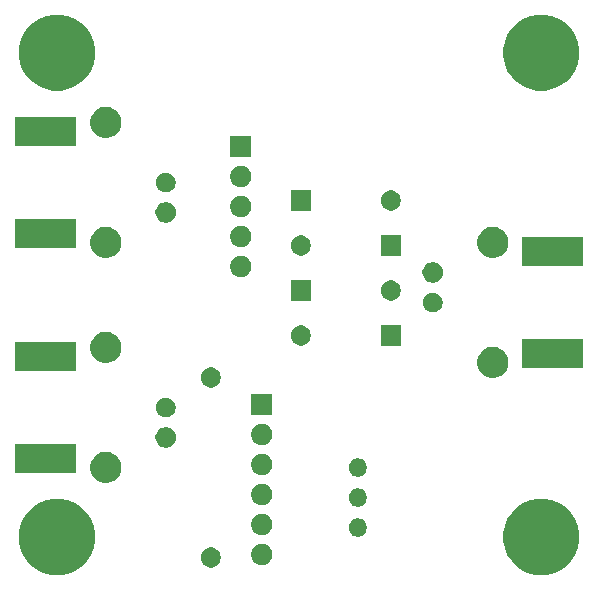
<source format=gbs>
G04 #@! TF.GenerationSoftware,KiCad,Pcbnew,(5.1.5)-3*
G04 #@! TF.CreationDate,2021-08-15T10:51:44-04:00*
G04 #@! TF.ProjectId,DIODE-MIXER,44494f44-452d-44d4-9958-45522e6b6963,rev?*
G04 #@! TF.SameCoordinates,Original*
G04 #@! TF.FileFunction,Soldermask,Bot*
G04 #@! TF.FilePolarity,Negative*
%FSLAX46Y46*%
G04 Gerber Fmt 4.6, Leading zero omitted, Abs format (unit mm)*
G04 Created by KiCad (PCBNEW (5.1.5)-3) date 2021-08-15 10:51:44*
%MOMM*%
%LPD*%
G04 APERTURE LIST*
%ADD10C,0.150000*%
G04 APERTURE END LIST*
D10*
G36*
X45940932Y-41898166D02*
G01*
X46527990Y-42141333D01*
X47056329Y-42494358D01*
X47505642Y-42943671D01*
X47858667Y-43472010D01*
X48101834Y-44059068D01*
X48225800Y-44682286D01*
X48225800Y-45317714D01*
X48101834Y-45940932D01*
X47858667Y-46527990D01*
X47505642Y-47056329D01*
X47056329Y-47505642D01*
X46527990Y-47858667D01*
X45940932Y-48101834D01*
X45317714Y-48225800D01*
X44682286Y-48225800D01*
X44059068Y-48101834D01*
X43472010Y-47858667D01*
X42943671Y-47505642D01*
X42494358Y-47056329D01*
X42141333Y-46527990D01*
X41898166Y-45940932D01*
X41774200Y-45317714D01*
X41774200Y-44682286D01*
X41898166Y-44059068D01*
X42141333Y-43472010D01*
X42494358Y-42943671D01*
X42943671Y-42494358D01*
X43472010Y-42141333D01*
X44059068Y-41898166D01*
X44682286Y-41774200D01*
X45317714Y-41774200D01*
X45940932Y-41898166D01*
G37*
G36*
X4940932Y-41898166D02*
G01*
X5527990Y-42141333D01*
X6056329Y-42494358D01*
X6505642Y-42943671D01*
X6858667Y-43472010D01*
X7101834Y-44059068D01*
X7225800Y-44682286D01*
X7225800Y-45317714D01*
X7101834Y-45940932D01*
X6858667Y-46527990D01*
X6505642Y-47056329D01*
X6056329Y-47505642D01*
X5527990Y-47858667D01*
X4940932Y-48101834D01*
X4317714Y-48225800D01*
X3682286Y-48225800D01*
X3059068Y-48101834D01*
X2472010Y-47858667D01*
X1943671Y-47505642D01*
X1494358Y-47056329D01*
X1141333Y-46527990D01*
X898166Y-45940932D01*
X774200Y-45317714D01*
X774200Y-44682286D01*
X898166Y-44059068D01*
X1141333Y-43472010D01*
X1494358Y-42943671D01*
X1943671Y-42494358D01*
X2472010Y-42141333D01*
X3059068Y-41898166D01*
X3682286Y-41774200D01*
X4317714Y-41774200D01*
X4940932Y-41898166D01*
G37*
G36*
X17266169Y-45917895D02*
G01*
X17421005Y-45982031D01*
X17560354Y-46075140D01*
X17678860Y-46193646D01*
X17771969Y-46332995D01*
X17836105Y-46487831D01*
X17868800Y-46652203D01*
X17868800Y-46819797D01*
X17836105Y-46984169D01*
X17771969Y-47139005D01*
X17678860Y-47278354D01*
X17560354Y-47396860D01*
X17421005Y-47489969D01*
X17266169Y-47554105D01*
X17101797Y-47586800D01*
X16934203Y-47586800D01*
X16769831Y-47554105D01*
X16614995Y-47489969D01*
X16475646Y-47396860D01*
X16357140Y-47278354D01*
X16264031Y-47139005D01*
X16199895Y-46984169D01*
X16167200Y-46819797D01*
X16167200Y-46652203D01*
X16199895Y-46487831D01*
X16264031Y-46332995D01*
X16357140Y-46193646D01*
X16475646Y-46075140D01*
X16614995Y-45982031D01*
X16769831Y-45917895D01*
X16934203Y-45885200D01*
X17101797Y-45885200D01*
X17266169Y-45917895D01*
G37*
G36*
X21598754Y-45615817D02*
G01*
X21762689Y-45683721D01*
X21910227Y-45782303D01*
X22035697Y-45907773D01*
X22134279Y-46055311D01*
X22202183Y-46219246D01*
X22236800Y-46393279D01*
X22236800Y-46570721D01*
X22202183Y-46744754D01*
X22134279Y-46908689D01*
X22035697Y-47056227D01*
X21910227Y-47181697D01*
X21762689Y-47280279D01*
X21598754Y-47348183D01*
X21424721Y-47382800D01*
X21247279Y-47382800D01*
X21073246Y-47348183D01*
X20909311Y-47280279D01*
X20761773Y-47181697D01*
X20636303Y-47056227D01*
X20537721Y-46908689D01*
X20469817Y-46744754D01*
X20435200Y-46570721D01*
X20435200Y-46393279D01*
X20469817Y-46219246D01*
X20537721Y-46055311D01*
X20636303Y-45907773D01*
X20761773Y-45782303D01*
X20909311Y-45683721D01*
X21073246Y-45615817D01*
X21247279Y-45581200D01*
X21424721Y-45581200D01*
X21598754Y-45615817D01*
G37*
G36*
X29688834Y-43454821D02*
G01*
X29829111Y-43512926D01*
X29955357Y-43597280D01*
X30062720Y-43704643D01*
X30147074Y-43830889D01*
X30205179Y-43971166D01*
X30234800Y-44120083D01*
X30234800Y-44271917D01*
X30205179Y-44420834D01*
X30147074Y-44561111D01*
X30062720Y-44687357D01*
X29955357Y-44794720D01*
X29829111Y-44879074D01*
X29688834Y-44937179D01*
X29539917Y-44966800D01*
X29388083Y-44966800D01*
X29239166Y-44937179D01*
X29098889Y-44879074D01*
X28972643Y-44794720D01*
X28865280Y-44687357D01*
X28780926Y-44561111D01*
X28722821Y-44420834D01*
X28693200Y-44271917D01*
X28693200Y-44120083D01*
X28722821Y-43971166D01*
X28780926Y-43830889D01*
X28865280Y-43704643D01*
X28972643Y-43597280D01*
X29098889Y-43512926D01*
X29239166Y-43454821D01*
X29388083Y-43425200D01*
X29539917Y-43425200D01*
X29688834Y-43454821D01*
G37*
G36*
X21598754Y-43075817D02*
G01*
X21762689Y-43143721D01*
X21910227Y-43242303D01*
X22035697Y-43367773D01*
X22134279Y-43515311D01*
X22202183Y-43679246D01*
X22236800Y-43853279D01*
X22236800Y-44030721D01*
X22202183Y-44204754D01*
X22134279Y-44368689D01*
X22035697Y-44516227D01*
X21910227Y-44641697D01*
X21762689Y-44740279D01*
X21598754Y-44808183D01*
X21424721Y-44842800D01*
X21247279Y-44842800D01*
X21073246Y-44808183D01*
X20909311Y-44740279D01*
X20761773Y-44641697D01*
X20636303Y-44516227D01*
X20537721Y-44368689D01*
X20469817Y-44204754D01*
X20435200Y-44030721D01*
X20435200Y-43853279D01*
X20469817Y-43679246D01*
X20537721Y-43515311D01*
X20636303Y-43367773D01*
X20761773Y-43242303D01*
X20909311Y-43143721D01*
X21073246Y-43075817D01*
X21247279Y-43041200D01*
X21424721Y-43041200D01*
X21598754Y-43075817D01*
G37*
G36*
X29688834Y-40914821D02*
G01*
X29829111Y-40972926D01*
X29955357Y-41057280D01*
X30062720Y-41164643D01*
X30147074Y-41290889D01*
X30205179Y-41431166D01*
X30234800Y-41580083D01*
X30234800Y-41731917D01*
X30205179Y-41880834D01*
X30147074Y-42021111D01*
X30062720Y-42147357D01*
X29955357Y-42254720D01*
X29829111Y-42339074D01*
X29688834Y-42397179D01*
X29539917Y-42426800D01*
X29388083Y-42426800D01*
X29239166Y-42397179D01*
X29098889Y-42339074D01*
X28972643Y-42254720D01*
X28865280Y-42147357D01*
X28780926Y-42021111D01*
X28722821Y-41880834D01*
X28693200Y-41731917D01*
X28693200Y-41580083D01*
X28722821Y-41431166D01*
X28780926Y-41290889D01*
X28865280Y-41164643D01*
X28972643Y-41057280D01*
X29098889Y-40972926D01*
X29239166Y-40914821D01*
X29388083Y-40885200D01*
X29539917Y-40885200D01*
X29688834Y-40914821D01*
G37*
G36*
X21598754Y-40535817D02*
G01*
X21762689Y-40603721D01*
X21910227Y-40702303D01*
X22035697Y-40827773D01*
X22134279Y-40975311D01*
X22202183Y-41139246D01*
X22236800Y-41313279D01*
X22236800Y-41490721D01*
X22202183Y-41664754D01*
X22134279Y-41828689D01*
X22035697Y-41976227D01*
X21910227Y-42101697D01*
X21762689Y-42200279D01*
X21598754Y-42268183D01*
X21424721Y-42302800D01*
X21247279Y-42302800D01*
X21073246Y-42268183D01*
X20909311Y-42200279D01*
X20761773Y-42101697D01*
X20636303Y-41976227D01*
X20537721Y-41828689D01*
X20469817Y-41664754D01*
X20435200Y-41490721D01*
X20435200Y-41313279D01*
X20469817Y-41139246D01*
X20537721Y-40975311D01*
X20636303Y-40827773D01*
X20761773Y-40702303D01*
X20909311Y-40603721D01*
X21073246Y-40535817D01*
X21247279Y-40501200D01*
X21424721Y-40501200D01*
X21598754Y-40535817D01*
G37*
G36*
X8513264Y-37845957D02*
G01*
X8753634Y-37945521D01*
X8969963Y-38090068D01*
X9153932Y-38274037D01*
X9298479Y-38490366D01*
X9398043Y-38730736D01*
X9448800Y-38985912D01*
X9448800Y-39246088D01*
X9398043Y-39501264D01*
X9298479Y-39741634D01*
X9153932Y-39957963D01*
X8969963Y-40141932D01*
X8753634Y-40286479D01*
X8513264Y-40386043D01*
X8258088Y-40436800D01*
X7997912Y-40436800D01*
X7742736Y-40386043D01*
X7502366Y-40286479D01*
X7286037Y-40141932D01*
X7102068Y-39957963D01*
X6957521Y-39741634D01*
X6857957Y-39501264D01*
X6807200Y-39246088D01*
X6807200Y-38985912D01*
X6857957Y-38730736D01*
X6957521Y-38490366D01*
X7102068Y-38274037D01*
X7286037Y-38090068D01*
X7502366Y-37945521D01*
X7742736Y-37845957D01*
X7997912Y-37795200D01*
X8258088Y-37795200D01*
X8513264Y-37845957D01*
G37*
G36*
X29688834Y-38374821D02*
G01*
X29829111Y-38432926D01*
X29955357Y-38517280D01*
X30062720Y-38624643D01*
X30147074Y-38750889D01*
X30205179Y-38891166D01*
X30234800Y-39040083D01*
X30234800Y-39191917D01*
X30205179Y-39340834D01*
X30147074Y-39481111D01*
X30062720Y-39607357D01*
X29955357Y-39714720D01*
X29829111Y-39799074D01*
X29688834Y-39857179D01*
X29539917Y-39886800D01*
X29388083Y-39886800D01*
X29239166Y-39857179D01*
X29098889Y-39799074D01*
X28972643Y-39714720D01*
X28865280Y-39607357D01*
X28780926Y-39481111D01*
X28722821Y-39340834D01*
X28693200Y-39191917D01*
X28693200Y-39040083D01*
X28722821Y-38891166D01*
X28780926Y-38750889D01*
X28865280Y-38624643D01*
X28972643Y-38517280D01*
X29098889Y-38432926D01*
X29239166Y-38374821D01*
X29388083Y-38345200D01*
X29539917Y-38345200D01*
X29688834Y-38374821D01*
G37*
G36*
X21598754Y-37995817D02*
G01*
X21762689Y-38063721D01*
X21910227Y-38162303D01*
X22035697Y-38287773D01*
X22134279Y-38435311D01*
X22202183Y-38599246D01*
X22236800Y-38773279D01*
X22236800Y-38950721D01*
X22202183Y-39124754D01*
X22134279Y-39288689D01*
X22035697Y-39436227D01*
X21910227Y-39561697D01*
X21762689Y-39660279D01*
X21598754Y-39728183D01*
X21424721Y-39762800D01*
X21247279Y-39762800D01*
X21073246Y-39728183D01*
X20909311Y-39660279D01*
X20761773Y-39561697D01*
X20636303Y-39436227D01*
X20537721Y-39288689D01*
X20469817Y-39124754D01*
X20435200Y-38950721D01*
X20435200Y-38773279D01*
X20469817Y-38599246D01*
X20537721Y-38435311D01*
X20636303Y-38287773D01*
X20761773Y-38162303D01*
X20909311Y-38063721D01*
X21073246Y-37995817D01*
X21247279Y-37961200D01*
X21424721Y-37961200D01*
X21598754Y-37995817D01*
G37*
G36*
X5638800Y-39611300D02*
G01*
X457200Y-39611300D01*
X457200Y-37096700D01*
X5638800Y-37096700D01*
X5638800Y-39611300D01*
G37*
G36*
X13463608Y-35733376D02*
G01*
X13623084Y-35799432D01*
X13766610Y-35895334D01*
X13888666Y-36017390D01*
X13984568Y-36160916D01*
X14050624Y-36320392D01*
X14084300Y-36489692D01*
X14084300Y-36662308D01*
X14050624Y-36831608D01*
X13984568Y-36991084D01*
X13888666Y-37134610D01*
X13766610Y-37256666D01*
X13623084Y-37352568D01*
X13463608Y-37418624D01*
X13294308Y-37452300D01*
X13121692Y-37452300D01*
X12952392Y-37418624D01*
X12792916Y-37352568D01*
X12649390Y-37256666D01*
X12527334Y-37134610D01*
X12431432Y-36991084D01*
X12365376Y-36831608D01*
X12331700Y-36662308D01*
X12331700Y-36489692D01*
X12365376Y-36320392D01*
X12431432Y-36160916D01*
X12527334Y-36017390D01*
X12649390Y-35895334D01*
X12792916Y-35799432D01*
X12952392Y-35733376D01*
X13121692Y-35699700D01*
X13294308Y-35699700D01*
X13463608Y-35733376D01*
G37*
G36*
X21598754Y-35455817D02*
G01*
X21762689Y-35523721D01*
X21910227Y-35622303D01*
X22035697Y-35747773D01*
X22134279Y-35895311D01*
X22202183Y-36059246D01*
X22236800Y-36233279D01*
X22236800Y-36410721D01*
X22202183Y-36584754D01*
X22134279Y-36748689D01*
X22035697Y-36896227D01*
X21910227Y-37021697D01*
X21762689Y-37120279D01*
X21598754Y-37188183D01*
X21424721Y-37222800D01*
X21247279Y-37222800D01*
X21073246Y-37188183D01*
X20909311Y-37120279D01*
X20761773Y-37021697D01*
X20636303Y-36896227D01*
X20537721Y-36748689D01*
X20469817Y-36584754D01*
X20435200Y-36410721D01*
X20435200Y-36233279D01*
X20469817Y-36059246D01*
X20537721Y-35895311D01*
X20636303Y-35747773D01*
X20761773Y-35622303D01*
X20909311Y-35523721D01*
X21073246Y-35455817D01*
X21247279Y-35421200D01*
X21424721Y-35421200D01*
X21598754Y-35455817D01*
G37*
G36*
X13452494Y-33230011D02*
G01*
X13605037Y-33293197D01*
X13742322Y-33384927D01*
X13859073Y-33501678D01*
X13950803Y-33638963D01*
X14013989Y-33791506D01*
X14046200Y-33953444D01*
X14046200Y-34118556D01*
X14013989Y-34280494D01*
X13950803Y-34433037D01*
X13859073Y-34570322D01*
X13742322Y-34687073D01*
X13605037Y-34778803D01*
X13452494Y-34841989D01*
X13290556Y-34874200D01*
X13125444Y-34874200D01*
X12963506Y-34841989D01*
X12810963Y-34778803D01*
X12673678Y-34687073D01*
X12556927Y-34570322D01*
X12465197Y-34433037D01*
X12402011Y-34280494D01*
X12369800Y-34118556D01*
X12369800Y-33953444D01*
X12402011Y-33791506D01*
X12465197Y-33638963D01*
X12556927Y-33501678D01*
X12673678Y-33384927D01*
X12810963Y-33293197D01*
X12963506Y-33230011D01*
X13125444Y-33197800D01*
X13290556Y-33197800D01*
X13452494Y-33230011D01*
G37*
G36*
X22236800Y-34682800D02*
G01*
X20435200Y-34682800D01*
X20435200Y-32881200D01*
X22236800Y-32881200D01*
X22236800Y-34682800D01*
G37*
G36*
X17266169Y-30677895D02*
G01*
X17421005Y-30742031D01*
X17560354Y-30835140D01*
X17678860Y-30953646D01*
X17771969Y-31092995D01*
X17836105Y-31247831D01*
X17868800Y-31412203D01*
X17868800Y-31579797D01*
X17836105Y-31744169D01*
X17771969Y-31899005D01*
X17678860Y-32038354D01*
X17560354Y-32156860D01*
X17421005Y-32249969D01*
X17266169Y-32314105D01*
X17101797Y-32346800D01*
X16934203Y-32346800D01*
X16769831Y-32314105D01*
X16614995Y-32249969D01*
X16475646Y-32156860D01*
X16357140Y-32038354D01*
X16264031Y-31899005D01*
X16199895Y-31744169D01*
X16167200Y-31579797D01*
X16167200Y-31412203D01*
X16199895Y-31247831D01*
X16264031Y-31092995D01*
X16357140Y-30953646D01*
X16475646Y-30835140D01*
X16614995Y-30742031D01*
X16769831Y-30677895D01*
X16934203Y-30645200D01*
X17101797Y-30645200D01*
X17266169Y-30677895D01*
G37*
G36*
X41279264Y-28955957D02*
G01*
X41519634Y-29055521D01*
X41735963Y-29200068D01*
X41919932Y-29384037D01*
X42064479Y-29600366D01*
X42164043Y-29840736D01*
X42214800Y-30095912D01*
X42214800Y-30356088D01*
X42164043Y-30611264D01*
X42064479Y-30851634D01*
X41919932Y-31067963D01*
X41735963Y-31251932D01*
X41519634Y-31396479D01*
X41279264Y-31496043D01*
X41024088Y-31546800D01*
X40763912Y-31546800D01*
X40508736Y-31496043D01*
X40268366Y-31396479D01*
X40052037Y-31251932D01*
X39868068Y-31067963D01*
X39723521Y-30851634D01*
X39623957Y-30611264D01*
X39573200Y-30356088D01*
X39573200Y-30095912D01*
X39623957Y-29840736D01*
X39723521Y-29600366D01*
X39868068Y-29384037D01*
X40052037Y-29200068D01*
X40268366Y-29055521D01*
X40508736Y-28955957D01*
X40763912Y-28905200D01*
X41024088Y-28905200D01*
X41279264Y-28955957D01*
G37*
G36*
X5638800Y-30975300D02*
G01*
X457200Y-30975300D01*
X457200Y-28460700D01*
X5638800Y-28460700D01*
X5638800Y-30975300D01*
G37*
G36*
X48564800Y-30721300D02*
G01*
X43383200Y-30721300D01*
X43383200Y-28206700D01*
X48564800Y-28206700D01*
X48564800Y-30721300D01*
G37*
G36*
X8513264Y-27685957D02*
G01*
X8753634Y-27785521D01*
X8969963Y-27930068D01*
X9153932Y-28114037D01*
X9298479Y-28330366D01*
X9398043Y-28570736D01*
X9448800Y-28825912D01*
X9448800Y-29086088D01*
X9398043Y-29341264D01*
X9298479Y-29581634D01*
X9153932Y-29797963D01*
X8969963Y-29981932D01*
X8753634Y-30126479D01*
X8513264Y-30226043D01*
X8258088Y-30276800D01*
X7997912Y-30276800D01*
X7742736Y-30226043D01*
X7502366Y-30126479D01*
X7286037Y-29981932D01*
X7102068Y-29797963D01*
X6957521Y-29581634D01*
X6857957Y-29341264D01*
X6807200Y-29086088D01*
X6807200Y-28825912D01*
X6857957Y-28570736D01*
X6957521Y-28330366D01*
X7102068Y-28114037D01*
X7286037Y-27930068D01*
X7502366Y-27785521D01*
X7742736Y-27685957D01*
X7997912Y-27635200D01*
X8258088Y-27635200D01*
X8513264Y-27685957D01*
G37*
G36*
X24886169Y-27121895D02*
G01*
X25041005Y-27186031D01*
X25180354Y-27279140D01*
X25298860Y-27397646D01*
X25391969Y-27536995D01*
X25456105Y-27691831D01*
X25488800Y-27856203D01*
X25488800Y-28023797D01*
X25456105Y-28188169D01*
X25391969Y-28343005D01*
X25298860Y-28482354D01*
X25180354Y-28600860D01*
X25041005Y-28693969D01*
X24886169Y-28758105D01*
X24721797Y-28790800D01*
X24554203Y-28790800D01*
X24389831Y-28758105D01*
X24234995Y-28693969D01*
X24095646Y-28600860D01*
X23977140Y-28482354D01*
X23884031Y-28343005D01*
X23819895Y-28188169D01*
X23787200Y-28023797D01*
X23787200Y-27856203D01*
X23819895Y-27691831D01*
X23884031Y-27536995D01*
X23977140Y-27397646D01*
X24095646Y-27279140D01*
X24234995Y-27186031D01*
X24389831Y-27121895D01*
X24554203Y-27089200D01*
X24721797Y-27089200D01*
X24886169Y-27121895D01*
G37*
G36*
X33108800Y-28790800D02*
G01*
X31407200Y-28790800D01*
X31407200Y-27089200D01*
X33108800Y-27089200D01*
X33108800Y-28790800D01*
G37*
G36*
X36058494Y-24340011D02*
G01*
X36211037Y-24403197D01*
X36348322Y-24494927D01*
X36465073Y-24611678D01*
X36556803Y-24748963D01*
X36619989Y-24901506D01*
X36652200Y-25063444D01*
X36652200Y-25228556D01*
X36619989Y-25390494D01*
X36556803Y-25543037D01*
X36465073Y-25680322D01*
X36348322Y-25797073D01*
X36211037Y-25888803D01*
X36058494Y-25951989D01*
X35896556Y-25984200D01*
X35731444Y-25984200D01*
X35569506Y-25951989D01*
X35416963Y-25888803D01*
X35279678Y-25797073D01*
X35162927Y-25680322D01*
X35071197Y-25543037D01*
X35008011Y-25390494D01*
X34975800Y-25228556D01*
X34975800Y-25063444D01*
X35008011Y-24901506D01*
X35071197Y-24748963D01*
X35162927Y-24611678D01*
X35279678Y-24494927D01*
X35416963Y-24403197D01*
X35569506Y-24340011D01*
X35731444Y-24307800D01*
X35896556Y-24307800D01*
X36058494Y-24340011D01*
G37*
G36*
X25488800Y-24980800D02*
G01*
X23787200Y-24980800D01*
X23787200Y-23279200D01*
X25488800Y-23279200D01*
X25488800Y-24980800D01*
G37*
G36*
X32506169Y-23311895D02*
G01*
X32661005Y-23376031D01*
X32800354Y-23469140D01*
X32918860Y-23587646D01*
X33011969Y-23726995D01*
X33076105Y-23881831D01*
X33108800Y-24046203D01*
X33108800Y-24213797D01*
X33076105Y-24378169D01*
X33011969Y-24533005D01*
X32918860Y-24672354D01*
X32800354Y-24790860D01*
X32661005Y-24883969D01*
X32506169Y-24948105D01*
X32341797Y-24980800D01*
X32174203Y-24980800D01*
X32009831Y-24948105D01*
X31854995Y-24883969D01*
X31715646Y-24790860D01*
X31597140Y-24672354D01*
X31504031Y-24533005D01*
X31439895Y-24378169D01*
X31407200Y-24213797D01*
X31407200Y-24046203D01*
X31439895Y-23881831D01*
X31504031Y-23726995D01*
X31597140Y-23587646D01*
X31715646Y-23469140D01*
X31854995Y-23376031D01*
X32009831Y-23311895D01*
X32174203Y-23279200D01*
X32341797Y-23279200D01*
X32506169Y-23311895D01*
G37*
G36*
X36069608Y-21763376D02*
G01*
X36229084Y-21829432D01*
X36372610Y-21925334D01*
X36494666Y-22047390D01*
X36590568Y-22190916D01*
X36656624Y-22350392D01*
X36690300Y-22519692D01*
X36690300Y-22692308D01*
X36656624Y-22861608D01*
X36590568Y-23021084D01*
X36494666Y-23164610D01*
X36372610Y-23286666D01*
X36229084Y-23382568D01*
X36069608Y-23448624D01*
X35900308Y-23482300D01*
X35727692Y-23482300D01*
X35558392Y-23448624D01*
X35398916Y-23382568D01*
X35255390Y-23286666D01*
X35133334Y-23164610D01*
X35037432Y-23021084D01*
X34971376Y-22861608D01*
X34937700Y-22692308D01*
X34937700Y-22519692D01*
X34971376Y-22350392D01*
X35037432Y-22190916D01*
X35133334Y-22047390D01*
X35255390Y-21925334D01*
X35398916Y-21829432D01*
X35558392Y-21763376D01*
X35727692Y-21729700D01*
X35900308Y-21729700D01*
X36069608Y-21763376D01*
G37*
G36*
X19820754Y-21231817D02*
G01*
X19984689Y-21299721D01*
X20132227Y-21398303D01*
X20257697Y-21523773D01*
X20356279Y-21671311D01*
X20424183Y-21835246D01*
X20458800Y-22009279D01*
X20458800Y-22186721D01*
X20424183Y-22360754D01*
X20356279Y-22524689D01*
X20257697Y-22672227D01*
X20132227Y-22797697D01*
X19984689Y-22896279D01*
X19820754Y-22964183D01*
X19646721Y-22998800D01*
X19469279Y-22998800D01*
X19295246Y-22964183D01*
X19131311Y-22896279D01*
X18983773Y-22797697D01*
X18858303Y-22672227D01*
X18759721Y-22524689D01*
X18691817Y-22360754D01*
X18657200Y-22186721D01*
X18657200Y-22009279D01*
X18691817Y-21835246D01*
X18759721Y-21671311D01*
X18858303Y-21523773D01*
X18983773Y-21398303D01*
X19131311Y-21299721D01*
X19295246Y-21231817D01*
X19469279Y-21197200D01*
X19646721Y-21197200D01*
X19820754Y-21231817D01*
G37*
G36*
X48564800Y-22085300D02*
G01*
X43383200Y-22085300D01*
X43383200Y-19570700D01*
X48564800Y-19570700D01*
X48564800Y-22085300D01*
G37*
G36*
X8513264Y-18795957D02*
G01*
X8753634Y-18895521D01*
X8969963Y-19040068D01*
X9153932Y-19224037D01*
X9298479Y-19440366D01*
X9398043Y-19680736D01*
X9448800Y-19935912D01*
X9448800Y-20196088D01*
X9398043Y-20451264D01*
X9298479Y-20691634D01*
X9153932Y-20907963D01*
X8969963Y-21091932D01*
X8753634Y-21236479D01*
X8513264Y-21336043D01*
X8258088Y-21386800D01*
X7997912Y-21386800D01*
X7742736Y-21336043D01*
X7502366Y-21236479D01*
X7286037Y-21091932D01*
X7102068Y-20907963D01*
X6957521Y-20691634D01*
X6857957Y-20451264D01*
X6807200Y-20196088D01*
X6807200Y-19935912D01*
X6857957Y-19680736D01*
X6957521Y-19440366D01*
X7102068Y-19224037D01*
X7286037Y-19040068D01*
X7502366Y-18895521D01*
X7742736Y-18795957D01*
X7997912Y-18745200D01*
X8258088Y-18745200D01*
X8513264Y-18795957D01*
G37*
G36*
X41279264Y-18795957D02*
G01*
X41519634Y-18895521D01*
X41735963Y-19040068D01*
X41919932Y-19224037D01*
X42064479Y-19440366D01*
X42164043Y-19680736D01*
X42214800Y-19935912D01*
X42214800Y-20196088D01*
X42164043Y-20451264D01*
X42064479Y-20691634D01*
X41919932Y-20907963D01*
X41735963Y-21091932D01*
X41519634Y-21236479D01*
X41279264Y-21336043D01*
X41024088Y-21386800D01*
X40763912Y-21386800D01*
X40508736Y-21336043D01*
X40268366Y-21236479D01*
X40052037Y-21091932D01*
X39868068Y-20907963D01*
X39723521Y-20691634D01*
X39623957Y-20451264D01*
X39573200Y-20196088D01*
X39573200Y-19935912D01*
X39623957Y-19680736D01*
X39723521Y-19440366D01*
X39868068Y-19224037D01*
X40052037Y-19040068D01*
X40268366Y-18895521D01*
X40508736Y-18795957D01*
X40763912Y-18745200D01*
X41024088Y-18745200D01*
X41279264Y-18795957D01*
G37*
G36*
X33108800Y-21170800D02*
G01*
X31407200Y-21170800D01*
X31407200Y-19469200D01*
X33108800Y-19469200D01*
X33108800Y-21170800D01*
G37*
G36*
X24886169Y-19501895D02*
G01*
X25041005Y-19566031D01*
X25180354Y-19659140D01*
X25298860Y-19777646D01*
X25391969Y-19916995D01*
X25456105Y-20071831D01*
X25488800Y-20236203D01*
X25488800Y-20403797D01*
X25456105Y-20568169D01*
X25391969Y-20723005D01*
X25298860Y-20862354D01*
X25180354Y-20980860D01*
X25041005Y-21073969D01*
X24886169Y-21138105D01*
X24721797Y-21170800D01*
X24554203Y-21170800D01*
X24389831Y-21138105D01*
X24234995Y-21073969D01*
X24095646Y-20980860D01*
X23977140Y-20862354D01*
X23884031Y-20723005D01*
X23819895Y-20568169D01*
X23787200Y-20403797D01*
X23787200Y-20236203D01*
X23819895Y-20071831D01*
X23884031Y-19916995D01*
X23977140Y-19777646D01*
X24095646Y-19659140D01*
X24234995Y-19566031D01*
X24389831Y-19501895D01*
X24554203Y-19469200D01*
X24721797Y-19469200D01*
X24886169Y-19501895D01*
G37*
G36*
X5638800Y-20561300D02*
G01*
X457200Y-20561300D01*
X457200Y-18046700D01*
X5638800Y-18046700D01*
X5638800Y-20561300D01*
G37*
G36*
X19820754Y-18691817D02*
G01*
X19984689Y-18759721D01*
X20132227Y-18858303D01*
X20257697Y-18983773D01*
X20356279Y-19131311D01*
X20424183Y-19295246D01*
X20458800Y-19469279D01*
X20458800Y-19646721D01*
X20424183Y-19820754D01*
X20356279Y-19984689D01*
X20257697Y-20132227D01*
X20132227Y-20257697D01*
X19984689Y-20356279D01*
X19820754Y-20424183D01*
X19646721Y-20458800D01*
X19469279Y-20458800D01*
X19295246Y-20424183D01*
X19131311Y-20356279D01*
X18983773Y-20257697D01*
X18858303Y-20132227D01*
X18759721Y-19984689D01*
X18691817Y-19820754D01*
X18657200Y-19646721D01*
X18657200Y-19469279D01*
X18691817Y-19295246D01*
X18759721Y-19131311D01*
X18858303Y-18983773D01*
X18983773Y-18858303D01*
X19131311Y-18759721D01*
X19295246Y-18691817D01*
X19469279Y-18657200D01*
X19646721Y-18657200D01*
X19820754Y-18691817D01*
G37*
G36*
X13463608Y-16683376D02*
G01*
X13623084Y-16749432D01*
X13766610Y-16845334D01*
X13888666Y-16967390D01*
X13984568Y-17110916D01*
X14050624Y-17270392D01*
X14084300Y-17439692D01*
X14084300Y-17612308D01*
X14050624Y-17781608D01*
X13984568Y-17941084D01*
X13888666Y-18084610D01*
X13766610Y-18206666D01*
X13623084Y-18302568D01*
X13463608Y-18368624D01*
X13294308Y-18402300D01*
X13121692Y-18402300D01*
X12952392Y-18368624D01*
X12792916Y-18302568D01*
X12649390Y-18206666D01*
X12527334Y-18084610D01*
X12431432Y-17941084D01*
X12365376Y-17781608D01*
X12331700Y-17612308D01*
X12331700Y-17439692D01*
X12365376Y-17270392D01*
X12431432Y-17110916D01*
X12527334Y-16967390D01*
X12649390Y-16845334D01*
X12792916Y-16749432D01*
X12952392Y-16683376D01*
X13121692Y-16649700D01*
X13294308Y-16649700D01*
X13463608Y-16683376D01*
G37*
G36*
X19820754Y-16151817D02*
G01*
X19984689Y-16219721D01*
X20132227Y-16318303D01*
X20257697Y-16443773D01*
X20356279Y-16591311D01*
X20424183Y-16755246D01*
X20458800Y-16929279D01*
X20458800Y-17106721D01*
X20424183Y-17280754D01*
X20356279Y-17444689D01*
X20257697Y-17592227D01*
X20132227Y-17717697D01*
X19984689Y-17816279D01*
X19820754Y-17884183D01*
X19646721Y-17918800D01*
X19469279Y-17918800D01*
X19295246Y-17884183D01*
X19131311Y-17816279D01*
X18983773Y-17717697D01*
X18858303Y-17592227D01*
X18759721Y-17444689D01*
X18691817Y-17280754D01*
X18657200Y-17106721D01*
X18657200Y-16929279D01*
X18691817Y-16755246D01*
X18759721Y-16591311D01*
X18858303Y-16443773D01*
X18983773Y-16318303D01*
X19131311Y-16219721D01*
X19295246Y-16151817D01*
X19469279Y-16117200D01*
X19646721Y-16117200D01*
X19820754Y-16151817D01*
G37*
G36*
X25488800Y-17360800D02*
G01*
X23787200Y-17360800D01*
X23787200Y-15659200D01*
X25488800Y-15659200D01*
X25488800Y-17360800D01*
G37*
G36*
X32506169Y-15691895D02*
G01*
X32661005Y-15756031D01*
X32800354Y-15849140D01*
X32918860Y-15967646D01*
X33011969Y-16106995D01*
X33076105Y-16261831D01*
X33108800Y-16426203D01*
X33108800Y-16593797D01*
X33076105Y-16758169D01*
X33011969Y-16913005D01*
X32918860Y-17052354D01*
X32800354Y-17170860D01*
X32661005Y-17263969D01*
X32506169Y-17328105D01*
X32341797Y-17360800D01*
X32174203Y-17360800D01*
X32009831Y-17328105D01*
X31854995Y-17263969D01*
X31715646Y-17170860D01*
X31597140Y-17052354D01*
X31504031Y-16913005D01*
X31439895Y-16758169D01*
X31407200Y-16593797D01*
X31407200Y-16426203D01*
X31439895Y-16261831D01*
X31504031Y-16106995D01*
X31597140Y-15967646D01*
X31715646Y-15849140D01*
X31854995Y-15756031D01*
X32009831Y-15691895D01*
X32174203Y-15659200D01*
X32341797Y-15659200D01*
X32506169Y-15691895D01*
G37*
G36*
X13452494Y-14180011D02*
G01*
X13605037Y-14243197D01*
X13742322Y-14334927D01*
X13859073Y-14451678D01*
X13950803Y-14588963D01*
X14013989Y-14741506D01*
X14046200Y-14903444D01*
X14046200Y-15068556D01*
X14013989Y-15230494D01*
X13950803Y-15383037D01*
X13859073Y-15520322D01*
X13742322Y-15637073D01*
X13605037Y-15728803D01*
X13452494Y-15791989D01*
X13290556Y-15824200D01*
X13125444Y-15824200D01*
X12963506Y-15791989D01*
X12810963Y-15728803D01*
X12673678Y-15637073D01*
X12556927Y-15520322D01*
X12465197Y-15383037D01*
X12402011Y-15230494D01*
X12369800Y-15068556D01*
X12369800Y-14903444D01*
X12402011Y-14741506D01*
X12465197Y-14588963D01*
X12556927Y-14451678D01*
X12673678Y-14334927D01*
X12810963Y-14243197D01*
X12963506Y-14180011D01*
X13125444Y-14147800D01*
X13290556Y-14147800D01*
X13452494Y-14180011D01*
G37*
G36*
X19820754Y-13611817D02*
G01*
X19984689Y-13679721D01*
X20132227Y-13778303D01*
X20257697Y-13903773D01*
X20356279Y-14051311D01*
X20424183Y-14215246D01*
X20458800Y-14389279D01*
X20458800Y-14566721D01*
X20424183Y-14740754D01*
X20356279Y-14904689D01*
X20257697Y-15052227D01*
X20132227Y-15177697D01*
X19984689Y-15276279D01*
X19820754Y-15344183D01*
X19646721Y-15378800D01*
X19469279Y-15378800D01*
X19295246Y-15344183D01*
X19131311Y-15276279D01*
X18983773Y-15177697D01*
X18858303Y-15052227D01*
X18759721Y-14904689D01*
X18691817Y-14740754D01*
X18657200Y-14566721D01*
X18657200Y-14389279D01*
X18691817Y-14215246D01*
X18759721Y-14051311D01*
X18858303Y-13903773D01*
X18983773Y-13778303D01*
X19131311Y-13679721D01*
X19295246Y-13611817D01*
X19469279Y-13577200D01*
X19646721Y-13577200D01*
X19820754Y-13611817D01*
G37*
G36*
X20458800Y-12838800D02*
G01*
X18657200Y-12838800D01*
X18657200Y-11037200D01*
X20458800Y-11037200D01*
X20458800Y-12838800D01*
G37*
G36*
X5638800Y-11925300D02*
G01*
X457200Y-11925300D01*
X457200Y-9410700D01*
X5638800Y-9410700D01*
X5638800Y-11925300D01*
G37*
G36*
X8513264Y-8635957D02*
G01*
X8753634Y-8735521D01*
X8969963Y-8880068D01*
X9153932Y-9064037D01*
X9298479Y-9280366D01*
X9398043Y-9520736D01*
X9448800Y-9775912D01*
X9448800Y-10036088D01*
X9398043Y-10291264D01*
X9298479Y-10531634D01*
X9153932Y-10747963D01*
X8969963Y-10931932D01*
X8753634Y-11076479D01*
X8513264Y-11176043D01*
X8258088Y-11226800D01*
X7997912Y-11226800D01*
X7742736Y-11176043D01*
X7502366Y-11076479D01*
X7286037Y-10931932D01*
X7102068Y-10747963D01*
X6957521Y-10531634D01*
X6857957Y-10291264D01*
X6807200Y-10036088D01*
X6807200Y-9775912D01*
X6857957Y-9520736D01*
X6957521Y-9280366D01*
X7102068Y-9064037D01*
X7286037Y-8880068D01*
X7502366Y-8735521D01*
X7742736Y-8635957D01*
X7997912Y-8585200D01*
X8258088Y-8585200D01*
X8513264Y-8635957D01*
G37*
G36*
X45940932Y-898166D02*
G01*
X46527990Y-1141333D01*
X47056329Y-1494358D01*
X47505642Y-1943671D01*
X47858667Y-2472010D01*
X48101834Y-3059068D01*
X48225800Y-3682286D01*
X48225800Y-4317714D01*
X48101834Y-4940932D01*
X47858667Y-5527990D01*
X47505642Y-6056329D01*
X47056329Y-6505642D01*
X46527990Y-6858667D01*
X45940932Y-7101834D01*
X45317714Y-7225800D01*
X44682286Y-7225800D01*
X44059068Y-7101834D01*
X43472010Y-6858667D01*
X42943671Y-6505642D01*
X42494358Y-6056329D01*
X42141333Y-5527990D01*
X41898166Y-4940932D01*
X41774200Y-4317714D01*
X41774200Y-3682286D01*
X41898166Y-3059068D01*
X42141333Y-2472010D01*
X42494358Y-1943671D01*
X42943671Y-1494358D01*
X43472010Y-1141333D01*
X44059068Y-898166D01*
X44682286Y-774200D01*
X45317714Y-774200D01*
X45940932Y-898166D01*
G37*
G36*
X4940932Y-898166D02*
G01*
X5527990Y-1141333D01*
X6056329Y-1494358D01*
X6505642Y-1943671D01*
X6858667Y-2472010D01*
X7101834Y-3059068D01*
X7225800Y-3682286D01*
X7225800Y-4317714D01*
X7101834Y-4940932D01*
X6858667Y-5527990D01*
X6505642Y-6056329D01*
X6056329Y-6505642D01*
X5527990Y-6858667D01*
X4940932Y-7101834D01*
X4317714Y-7225800D01*
X3682286Y-7225800D01*
X3059068Y-7101834D01*
X2472010Y-6858667D01*
X1943671Y-6505642D01*
X1494358Y-6056329D01*
X1141333Y-5527990D01*
X898166Y-4940932D01*
X774200Y-4317714D01*
X774200Y-3682286D01*
X898166Y-3059068D01*
X1141333Y-2472010D01*
X1494358Y-1943671D01*
X1943671Y-1494358D01*
X2472010Y-1141333D01*
X3059068Y-898166D01*
X3682286Y-774200D01*
X4317714Y-774200D01*
X4940932Y-898166D01*
G37*
M02*

</source>
